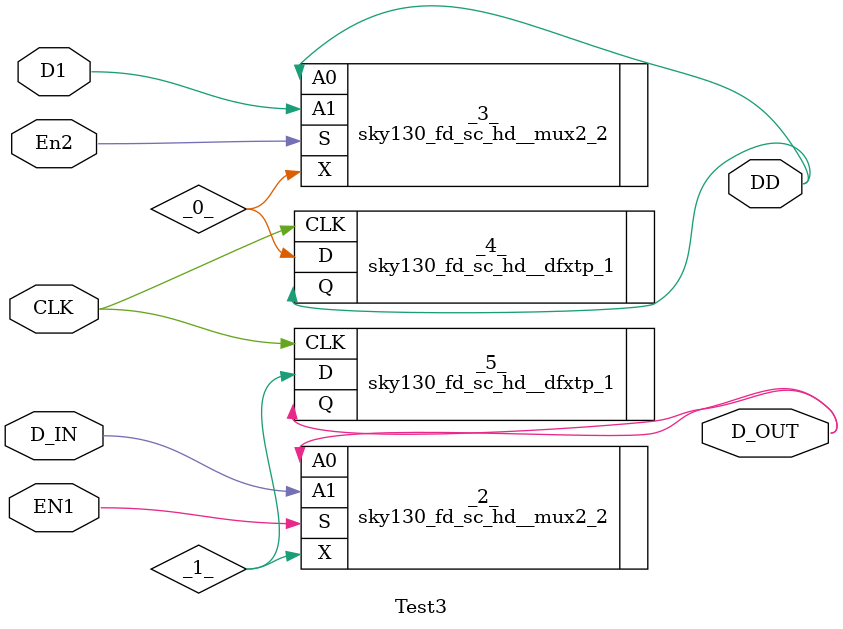
<source format=v>
/* Generated by Yosys 0.7 (git sha1 61f6811, gcc 6.2.0-11ubuntu1 -O2 -fdebug-prefix-map=/build/yosys-OIL3SR/yosys-0.7=. -fstack-protector-strong -fPIC -Os) */

module Test3(CLK, EN1, En2, D_IN, D1, D_OUT, DD);
  wire _0_;
  wire _1_;
  input CLK;
  input D1;
  output DD;
  input D_IN;
  output D_OUT;
  input EN1;
  input En2;
  sky130_fd_sc_hd__mux2_2 _2_ (
    .A0(D_OUT),
    .A1(D_IN),
    .S(EN1),
    .X(_1_)
  );
  sky130_fd_sc_hd__mux2_2 _3_ (
    .A0(DD),
    .A1(D1),
    .S(En2),
    .X(_0_)
  );
  sky130_fd_sc_hd__dfxtp_1 _4_ (
    .CLK(CLK),
    .D(_0_),
    .Q(DD)
  );
  sky130_fd_sc_hd__dfxtp_1 _5_ (
    .CLK(CLK),
    .D(_1_),
    .Q(D_OUT)
  );
endmodule

</source>
